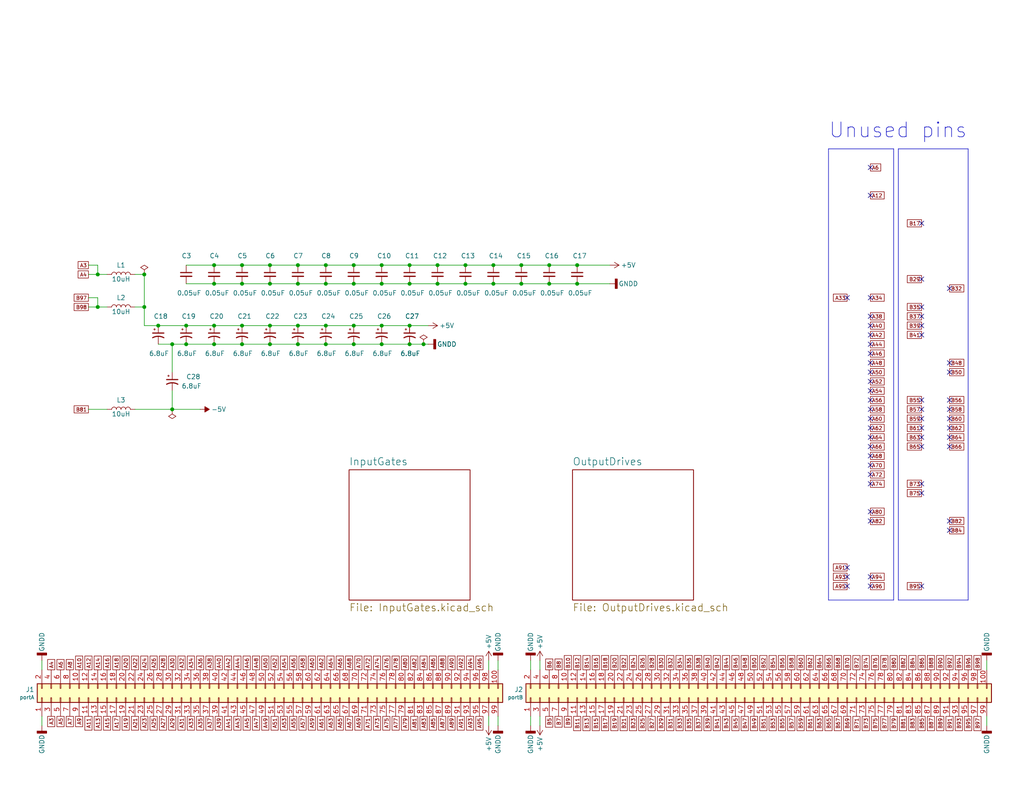
<source format=kicad_sch>
(kicad_sch (version 20230121) (generator eeschema)
  (paper "USLetter")
  (title_block (title "HexPerTerminal") (rev "0.1"))
  (junction (at 96.52 88.9))
  (junction (at 111.76 72.39))
  (junction (at 50.8 88.9))
  (junction (at 119.38 77.47))
  (junction (at 73.66 72.39))
  (junction (at 81.28 77.47))
  (junction (at 26.67 74.93))
  (junction (at 111.76 77.47))
  (junction (at 66.04 93.98))
  (junction (at 73.66 93.98))
  (junction (at 88.9 93.98))
  (junction (at 73.66 77.47))
  (junction (at 142.24 72.39))
  (junction (at 104.14 88.9))
  (junction (at 119.38 72.39))
  (junction (at 104.14 77.47))
  (junction (at 73.66 88.9))
  (junction (at 149.86 77.47))
  (junction (at 96.52 72.39))
  (junction (at 88.9 88.9))
  (junction (at 66.04 77.47))
  (junction (at 142.24 77.47))
  (junction (at 88.9 72.39))
  (junction (at 66.04 72.39))
  (junction (at 127 77.47))
  (junction (at 104.14 93.98))
  (junction (at 58.42 72.39))
  (junction (at 149.86 72.39))
  (junction (at 43.18 88.9))
  (junction (at 127 72.39))
  (junction (at 96.52 93.98))
  (junction (at 26.67 83.82))
  (junction (at 50.8 93.98))
  (junction (at 104.14 72.39))
  (junction (at 88.9 77.47))
  (junction (at 157.48 77.47))
  (junction (at 81.28 93.98))
  (junction (at 81.28 72.39))
  (junction (at 58.42 77.47))
  (junction (at 115.57 93.98))
  (junction (at 134.62 77.47))
  (junction (at 96.52 77.47))
  (junction (at 81.28 88.9))
  (junction (at 46.99 111.76))
  (junction (at 46.99 93.98))
  (junction (at 39.37 83.82))
  (junction (at 66.04 88.9))
  (junction (at 58.42 93.98))
  (junction (at 134.62 72.39))
  (junction (at 39.37 74.93))
  (junction (at 111.76 93.98))
  (junction (at 111.76 88.9))
  (junction (at 58.42 88.9))
  (junction (at 157.48 72.39))
  (no_connect (at 237.49 86.36))
  (no_connect (at 259.08 111.76))
  (no_connect (at 237.49 96.52))
  (no_connect (at 237.49 114.3))
  (no_connect (at 251.46 91.44))
  (no_connect (at 237.49 160.02))
  (no_connect (at 259.08 121.92))
  (no_connect (at 237.49 129.54))
  (no_connect (at 259.08 142.24))
  (no_connect (at 251.46 119.38))
  (no_connect (at 237.49 157.48))
  (no_connect (at 251.46 111.76))
  (no_connect (at 231.14 154.94))
  (no_connect (at 237.49 127))
  (no_connect (at 259.08 116.84))
  (no_connect (at 251.46 132.08))
  (no_connect (at 259.08 78.74))
  (no_connect (at 251.46 60.96))
  (no_connect (at 237.49 109.22))
  (no_connect (at 251.46 134.62))
  (no_connect (at 259.08 109.22))
  (no_connect (at 237.49 106.68))
  (no_connect (at 251.46 114.3))
  (no_connect (at 259.08 114.3))
  (no_connect (at 231.14 157.48))
  (no_connect (at 237.49 111.76))
  (no_connect (at 237.49 116.84))
  (no_connect (at 251.46 88.9))
  (no_connect (at 237.49 93.98))
  (no_connect (at 237.49 81.28))
  (no_connect (at 237.49 104.14))
  (no_connect (at 259.08 144.78))
  (no_connect (at 237.49 121.92))
  (no_connect (at 231.14 81.28))
  (no_connect (at 251.46 76.2))
  (no_connect (at 237.49 132.08))
  (no_connect (at 237.49 124.46))
  (no_connect (at 237.49 53.34))
  (no_connect (at 237.49 88.9))
  (no_connect (at 237.49 45.72))
  (no_connect (at 251.46 83.82))
  (no_connect (at 251.46 86.36))
  (no_connect (at 237.49 139.7))
  (no_connect (at 251.46 109.22))
  (no_connect (at 237.49 142.24))
  (no_connect (at 237.49 91.44))
  (no_connect (at 237.49 99.06))
  (no_connect (at 259.08 101.6))
  (no_connect (at 251.46 116.84))
  (no_connect (at 259.08 99.06))
  (no_connect (at 231.14 160.02))
  (no_connect (at 259.08 119.38))
  (no_connect (at 237.49 101.6))
  (no_connect (at 251.46 160.02))
  (no_connect (at 251.46 121.92))
  (no_connect (at 237.49 119.38))
  (no_connect (at 375.92 241.3))
  (wire (pts (xy 24.13 81.28) (xy 26.67 81.28)))
  (wire (pts (xy 119.38 77.47) (xy 127 77.47)))
  (polyline (pts (xy 243.84 40.64) (xy 243.84 163.83)))
  (wire (pts (xy 149.86 77.47) (xy 157.48 77.47)))
  (wire (pts (xy 58.42 77.47) (xy 66.04 77.47)))
  (wire (pts (xy 96.52 72.39) (xy 104.14 72.39)))
  (wire (pts (xy 96.52 77.47) (xy 104.14 77.47)))
  (wire (pts (xy 96.52 88.9) (xy 88.9 88.9)))
  (wire (pts (xy 88.9 88.9) (xy 81.28 88.9)))
  (wire (pts (xy 50.8 77.47) (xy 58.42 77.47)))
  (wire (pts (xy 157.48 77.47) (xy 166.37 77.47)))
  (polyline (pts (xy 226.06 163.83) (xy 226.06 40.64)))
  (wire (pts (xy 11.43 182.88) (xy 11.43 180.34)))
  (wire (pts (xy 133.35 195.58) (xy 133.35 198.12)))
  (wire (pts (xy 43.18 93.98) (xy 46.99 93.98)))
  (wire (pts (xy 116.84 88.9) (xy 111.76 88.9)))
  (wire (pts (xy 104.14 77.47) (xy 111.76 77.47)))
  (wire (pts (xy 26.67 83.82) (xy 29.21 83.82)))
  (wire (pts (xy 116.84 93.98) (xy 115.57 93.98)))
  (polyline (pts (xy 245.11 40.64) (xy 245.11 163.83)))
  (wire (pts (xy 73.66 72.39) (xy 81.28 72.39)))
  (polyline (pts (xy 245.11 163.83) (xy 264.16 163.83)))
  (wire (pts (xy 26.67 81.28) (xy 26.67 83.82)))
  (wire (pts (xy 127 72.39) (xy 134.62 72.39)))
  (wire (pts (xy 24.13 111.76) (xy 29.21 111.76)))
  (polyline (pts (xy 264.16 40.64) (xy 245.11 40.64)))
  (wire (pts (xy 39.37 83.82) (xy 36.83 83.82)))
  (wire (pts (xy 24.13 72.39) (xy 26.67 72.39)))
  (wire (pts (xy 147.32 182.88) (xy 147.32 180.34)))
  (wire (pts (xy 11.43 195.58) (xy 11.43 198.12)))
  (wire (pts (xy 104.14 93.98) (xy 111.76 93.98)))
  (wire (pts (xy 269.24 182.88) (xy 269.24 180.34)))
  (wire (pts (xy 24.13 74.93) (xy 26.67 74.93)))
  (wire (pts (xy 127 77.47) (xy 134.62 77.47)))
  (wire (pts (xy 73.66 88.9) (xy 66.04 88.9)))
  (wire (pts (xy 50.8 93.98) (xy 58.42 93.98)))
  (wire (pts (xy 66.04 72.39) (xy 73.66 72.39)))
  (wire (pts (xy 115.57 93.98) (xy 111.76 93.98)))
  (wire (pts (xy 73.66 93.98) (xy 81.28 93.98)))
  (wire (pts (xy 157.48 72.39) (xy 166.37 72.39)))
  (wire (pts (xy 46.99 111.76) (xy 54.61 111.76)))
  (wire (pts (xy 135.89 182.88) (xy 135.89 180.34)))
  (wire (pts (xy 104.14 72.39) (xy 111.76 72.39)))
  (wire (pts (xy 147.32 195.58) (xy 147.32 198.12)))
  (wire (pts (xy 111.76 77.47) (xy 119.38 77.47)))
  (wire (pts (xy 50.8 72.39) (xy 58.42 72.39)))
  (polyline (pts (xy 264.16 163.83) (xy 264.16 40.64)))
  (wire (pts (xy 46.99 93.98) (xy 50.8 93.98)))
  (wire (pts (xy 88.9 72.39) (xy 96.52 72.39)))
  (wire (pts (xy 46.99 101.6) (xy 46.99 93.98)))
  (wire (pts (xy 81.28 77.47) (xy 88.9 77.47)))
  (wire (pts (xy 269.24 195.58) (xy 269.24 198.12)))
  (wire (pts (xy 46.99 106.68) (xy 46.99 111.76)))
  (wire (pts (xy 81.28 72.39) (xy 88.9 72.39)))
  (wire (pts (xy 58.42 72.39) (xy 66.04 72.39)))
  (wire (pts (xy 88.9 77.47) (xy 96.52 77.47)))
  (wire (pts (xy 142.24 77.47) (xy 149.86 77.47)))
  (wire (pts (xy 73.66 77.47) (xy 81.28 77.47)))
  (wire (pts (xy 149.86 72.39) (xy 157.48 72.39)))
  (wire (pts (xy 111.76 88.9) (xy 104.14 88.9)))
  (wire (pts (xy 50.8 88.9) (xy 43.18 88.9)))
  (wire (pts (xy 24.13 83.82) (xy 26.67 83.82)))
  (wire (pts (xy 58.42 88.9) (xy 50.8 88.9)))
  (polyline (pts (xy 243.84 163.83) (xy 226.06 163.83)))
  (wire (pts (xy 104.14 88.9) (xy 96.52 88.9)))
  (wire (pts (xy 134.62 72.39) (xy 142.24 72.39)))
  (wire (pts (xy 135.89 195.58) (xy 135.89 198.12)))
  (wire (pts (xy 58.42 93.98) (xy 66.04 93.98)))
  (wire (pts (xy 142.24 72.39) (xy 149.86 72.39)))
  (wire (pts (xy 36.83 111.76) (xy 46.99 111.76)))
  (wire (pts (xy 88.9 93.98) (xy 96.52 93.98)))
  (wire (pts (xy 36.83 74.93) (xy 39.37 74.93)))
  (wire (pts (xy 134.62 77.47) (xy 142.24 77.47)))
  (wire (pts (xy 43.18 88.9) (xy 39.37 88.9)))
  (wire (pts (xy 133.35 182.88) (xy 133.35 180.34)))
  (wire (pts (xy 81.28 93.98) (xy 88.9 93.98)))
  (wire (pts (xy 81.28 88.9) (xy 73.66 88.9)))
  (wire (pts (xy 26.67 74.93) (xy 29.21 74.93)))
  (polyline (pts (xy 226.06 40.64) (xy 243.84 40.64)))
  (wire (pts (xy 66.04 93.98) (xy 73.66 93.98)))
  (wire (pts (xy 144.78 182.88) (xy 144.78 180.34)))
  (wire (pts (xy 39.37 88.9) (xy 39.37 83.82)))
  (wire (pts (xy 144.78 195.58) (xy 144.78 198.12)))
  (wire (pts (xy 111.76 72.39) (xy 119.38 72.39)))
  (wire (pts (xy 96.52 93.98) (xy 104.14 93.98)))
  (wire (pts (xy 66.04 77.47) (xy 73.66 77.47)))
  (wire (pts (xy 39.37 74.93) (xy 39.37 83.82)))
  (wire (pts (xy 119.38 72.39) (xy 127 72.39)))
  (wire (pts (xy 66.04 88.9) (xy 58.42 88.9)))
  (wire (pts (xy 26.67 72.39) (xy 26.67 74.93)))
  (text "Unused pins" (at 226.06 38.1 0) (effects (font (size 4.064 4.064)) (justify left bottom)))
  (global_label "A64" (shape passive) (at 237.49 119.38 0) (effects (font (size 0.9906 0.9906))) (property "Intersheetrefs" "${INTERSHEET_REFS}" (effects hide)))
  (global_label "A18" (shape passive) (at 31.75 182.88 90) (effects (font (size 0.9906 0.9906))) (property "Intersheetrefs" "${INTERSHEET_REFS}" (effects hide)))
  (global_label "A4" (shape passive) (at 13.97 182.88 90) (effects (font (size 0.9906 0.9906))) (property "Intersheetrefs" "${INTERSHEET_REFS}" (effects hide)))
  (global_label "B68" (shape passive) (at 228.6 182.88 90) (effects (font (size 0.9906 0.9906))) (property "Intersheetrefs" "${INTERSHEET_REFS}" (effects hide)))
  (global_label "B88" (shape passive) (at 254 182.88 90) (effects (font (size 0.9906 0.9906))) (property "Intersheetrefs" "${INTERSHEET_REFS}" (effects hide)))
  (global_label "B44" (shape passive) (at 198.12 182.88 90) (effects (font (size 0.9906 0.9906))) (property "Intersheetrefs" "${INTERSHEET_REFS}" (effects hide)))
  (global_label "B63" (shape passive) (at 223.52 195.58 270) (effects (font (size 0.9906 0.9906))) (property "Intersheetrefs" "${INTERSHEET_REFS}" (effects hide)))
  (global_label "A34" (shape passive) (at 52.07 182.88 90) (effects (font (size 0.9906 0.9906))) (property "Intersheetrefs" "${INTERSHEET_REFS}" (effects hide)))
  (global_label "B29" (shape passive) (at 251.46 76.2 180) (effects (font (size 0.9906 0.9906))) (property "Intersheetrefs" "${INTERSHEET_REFS}" (effects hide)))
  (global_label "A50" (shape passive) (at 72.39 182.88 90) (effects (font (size 0.9906 0.9906))) (property "Intersheetrefs" "${INTERSHEET_REFS}" (effects hide)))
  (global_label "A49" (shape passive) (at 72.39 195.58 270) (effects (font (size 0.9906 0.9906))) (property "Intersheetrefs" "${INTERSHEET_REFS}" (effects hide)))
  (global_label "B60" (shape passive) (at 259.08 114.3 0) (effects (font (size 0.9906 0.9906))) (property "Intersheetrefs" "${INTERSHEET_REFS}" (effects hide)))
  (global_label "B76" (shape passive) (at 238.76 182.88 90) (effects (font (size 0.9906 0.9906))) (property "Intersheetrefs" "${INTERSHEET_REFS}" (effects hide)))
  (global_label "A33" (shape passive) (at 231.14 81.28 180) (effects (font (size 0.9906 0.9906))) (property "Intersheetrefs" "${INTERSHEET_REFS}" (effects hide)))
  (global_label "A48" (shape passive) (at 237.49 99.06 0) (effects (font (size 0.9906 0.9906))) (property "Intersheetrefs" "${INTERSHEET_REFS}" (effects hide)))
  (global_label "A24" (shape passive) (at 39.37 182.88 90) (effects (font (size 0.9906 0.9906))) (property "Intersheetrefs" "${INTERSHEET_REFS}" (effects hide)))
  (global_label "A19" (shape passive) (at 34.29 195.58 270) (effects (font (size 0.9906 0.9906))) (property "Intersheetrefs" "${INTERSHEET_REFS}" (effects hide)))
  (global_label "B56" (shape passive) (at 259.08 109.22 0) (effects (font (size 0.9906 0.9906))) (property "Intersheetrefs" "${INTERSHEET_REFS}" (effects hide)))
  (global_label "B64" (shape passive) (at 223.52 182.88 90) (effects (font (size 0.9906 0.9906))) (property "Intersheetrefs" "${INTERSHEET_REFS}" (effects hide)))
  (global_label "A38" (shape passive) (at 57.15 182.88 90) (effects (font (size 0.9906 0.9906))) (property "Intersheetrefs" "${INTERSHEET_REFS}" (effects hide)))
  (global_label "A83" (shape passive) (at 115.57 195.58 270) (effects (font (size 0.9906 0.9906))) (property "Intersheetrefs" "${INTERSHEET_REFS}" (effects hide)))
  (global_label "B95" (shape passive) (at 251.46 160.02 180) (effects (font (size 0.9906 0.9906))) (property "Intersheetrefs" "${INTERSHEET_REFS}" (effects hide)))
  (global_label "B79" (shape passive) (at 243.84 195.58 270) (effects (font (size 0.9906 0.9906))) (property "Intersheetrefs" "${INTERSHEET_REFS}" (effects hide)))
  (global_label "A92" (shape passive) (at 125.73 182.88 90) (effects (font (size 0.9906 0.9906))) (property "Intersheetrefs" "${INTERSHEET_REFS}" (effects hide)))
  (global_label "B50" (shape passive) (at 259.08 101.6 0) (effects (font (size 0.9906 0.9906))) (property "Intersheetrefs" "${INTERSHEET_REFS}" (effects hide)))
  (global_label "A81" (shape passive) (at 113.03 195.58 270) (effects (font (size 0.9906 0.9906))) (property "Intersheetrefs" "${INTERSHEET_REFS}" (effects hide)))
  (global_label "B19" (shape passive) (at 167.64 195.58 270) (effects (font (size 0.9906 0.9906))) (property "Intersheetrefs" "${INTERSHEET_REFS}" (effects hide)))
  (global_label "A3" (shape passive) (at 13.97 195.58 270) (effects (font (size 0.9906 0.9906))) (property "Intersheetrefs" "${INTERSHEET_REFS}" (effects hide)))
  (global_label "A78" (shape passive) (at 107.95 182.88 90) (effects (font (size 0.9906 0.9906))) (property "Intersheetrefs" "${INTERSHEET_REFS}" (effects hide)))
  (global_label "A54" (shape passive) (at 237.49 106.68 0) (effects (font (size 0.9906 0.9906))) (property "Intersheetrefs" "${INTERSHEET_REFS}" (effects hide)))
  (global_label "A32" (shape passive) (at 49.53 182.88 90) (effects (font (size 0.9906 0.9906))) (property "Intersheetrefs" "${INTERSHEET_REFS}" (effects hide)))
  (global_label "B5" (shape passive) (at 149.86 195.58 270) (effects (font (size 0.9906 0.9906))) (property "Intersheetrefs" "${INTERSHEET_REFS}" (effects hide)))
  (global_label "B70" (shape passive) (at 231.14 182.88 90) (effects (font (size 0.9906 0.9906))) (property "Intersheetrefs" "${INTERSHEET_REFS}" (effects hide)))
  (global_label "A4" (shape passive) (at 24.13 74.93 180) (effects (font (size 0.9906 0.9906))) (property "Intersheetrefs" "${INTERSHEET_REFS}" (effects hide)))
  (global_label "A38" (shape passive) (at 237.49 86.36 0) (effects (font (size 0.9906 0.9906))) (property "Intersheetrefs" "${INTERSHEET_REFS}" (effects hide)))
  (global_label "A73" (shape passive) (at 102.87 195.58 270) (effects (font (size 0.9906 0.9906))) (property "Intersheetrefs" "${INTERSHEET_REFS}" (effects hide)))
  (global_label "A64" (shape passive) (at 90.17 182.88 90) (effects (font (size 0.9906 0.9906))) (property "Intersheetrefs" "${INTERSHEET_REFS}" (effects hide)))
  (global_label "B81" (shape passive) (at 246.38 195.58 270) (effects (font (size 0.9906 0.9906))) (property "Intersheetrefs" "${INTERSHEET_REFS}" (effects hide)))
  (global_label "B84" (shape passive) (at 248.92 182.88 90) (effects (font (size 0.9906 0.9906))) (property "Intersheetrefs" "${INTERSHEET_REFS}" (effects hide)))
  (global_label "A37" (shape passive) (at 57.15 195.58 270) (effects (font (size 0.9906 0.9906))) (property "Intersheetrefs" "${INTERSHEET_REFS}" (effects hide)))
  (global_label "A82" (shape passive) (at 113.03 182.88 90) (effects (font (size 0.9906 0.9906))) (property "Intersheetrefs" "${INTERSHEET_REFS}" (effects hide)))
  (global_label "A42" (shape passive) (at 237.49 91.44 0) (effects (font (size 0.9906 0.9906))) (property "Intersheetrefs" "${INTERSHEET_REFS}" (effects hide)))
  (global_label "B35" (shape passive) (at 251.46 83.82 180) (effects (font (size 0.9906 0.9906))) (property "Intersheetrefs" "${INTERSHEET_REFS}" (effects hide)))
  (global_label "B97" (shape passive) (at 266.7 195.58 270) (effects (font (size 0.9906 0.9906))) (property "Intersheetrefs" "${INTERSHEET_REFS}" (effects hide)))
  (global_label "B11" (shape passive) (at 157.48 195.58 270) (effects (font (size 0.9906 0.9906))) (property "Intersheetrefs" "${INTERSHEET_REFS}" (effects hide)))
  (global_label "B14" (shape passive) (at 160.02 182.88 90) (effects (font (size 0.9906 0.9906))) (property "Intersheetrefs" "${INTERSHEET_REFS}" (effects hide)))
  (global_label "A44" (shape passive) (at 64.77 182.88 90) (effects (font (size 0.9906 0.9906))) (property "Intersheetrefs" "${INTERSHEET_REFS}" (effects hide)))
  (global_label "B22" (shape passive) (at 170.18 182.88 90) (effects (font (size 0.9906 0.9906))) (property "Intersheetrefs" "${INTERSHEET_REFS}" (effects hide)))
  (global_label "B90" (shape passive) (at 256.54 182.88 90) (effects (font (size 0.9906 0.9906))) (property "Intersheetrefs" "${INTERSHEET_REFS}" (effects hide)))
  (global_label "A68" (shape passive) (at 95.25 182.88 90) (effects (font (size 0.9906 0.9906))) (property "Intersheetrefs" "${INTERSHEET_REFS}" (effects hide)))
  (global_label "A66" (shape passive) (at 92.71 182.88 90) (effects (font (size 0.9906 0.9906))) (property "Intersheetrefs" "${INTERSHEET_REFS}" (effects hide)))
  (global_label "A52" (shape passive) (at 74.93 182.88 90) (effects (font (size 0.9906 0.9906))) (property "Intersheetrefs" "${INTERSHEET_REFS}" (effects hide)))
  (global_label "B94" (shape passive) (at 261.62 182.88 90) (effects (font (size 0.9906 0.9906))) (property "Intersheetrefs" "${INTERSHEET_REFS}" (effects hide)))
  (global_label "A29" (shape passive) (at 46.99 195.58 270) (effects (font (size 0.9906 0.9906))) (property "Intersheetrefs" "${INTERSHEET_REFS}" (effects hide)))
  (global_label "A82" (shape passive) (at 237.49 142.24 0) (effects (font (size 0.9906 0.9906))) (property "Intersheetrefs" "${INTERSHEET_REFS}" (effects hide)))
  (global_label "B71" (shape passive) (at 233.68 195.58 270) (effects (font (size 0.9906 0.9906))) (property "Intersheetrefs" "${INTERSHEET_REFS}" (effects hide)))
  (global_label "B78" (shape passive) (at 241.3 182.88 90) (effects (font (size 0.9906 0.9906))) (property "Intersheetrefs" "${INTERSHEET_REFS}" (effects hide)))
  (global_label "B12" (shape passive) (at 157.48 182.88 90) (effects (font (size 0.9906 0.9906))) (property "Intersheetrefs" "${INTERSHEET_REFS}" (effects hide)))
  (global_label "A44" (shape passive) (at 237.49 93.98 0) (effects (font (size 0.9906 0.9906))) (property "Intersheetrefs" "${INTERSHEET_REFS}" (effects hide)))
  (global_label "A31" (shape passive) (at 49.53 195.58 270) (effects (font (size 0.9906 0.9906))) (property "Intersheetrefs" "${INTERSHEET_REFS}" (effects hide)))
  (global_label "A51" (shape passive) (at 74.93 195.58 270) (effects (font (size 0.9906 0.9906))) (property "Intersheetrefs" "${INTERSHEET_REFS}" (effects hide)))
  (global_label "B9" (shape passive) (at 154.94 195.58 270) (effects (font (size 0.9906 0.9906))) (property "Intersheetrefs" "${INTERSHEET_REFS}" (effects hide)))
  (global_label "B37" (shape passive) (at 251.46 86.36 180) (effects (font (size 0.9906 0.9906))) (property "Intersheetrefs" "${INTERSHEET_REFS}" (effects hide)))
  (global_label "B84" (shape passive) (at 259.08 144.78 0) (effects (font (size 0.9906 0.9906))) (property "Intersheetrefs" "${INTERSHEET_REFS}" (effects hide)))
  (global_label "A61" (shape passive) (at 87.63 195.58 270) (effects (font (size 0.9906 0.9906))) (property "Intersheetrefs" "${INTERSHEET_REFS}" (effects hide)))
  (global_label "B74" (shape passive) (at 236.22 182.88 90) (effects (font (size 0.9906 0.9906))) (property "Intersheetrefs" "${INTERSHEET_REFS}" (effects hide)))
  (global_label "A58" (shape passive) (at 82.55 182.88 90) (effects (font (size 0.9906 0.9906))) (property "Intersheetrefs" "${INTERSHEET_REFS}" (effects hide)))
  (global_label "A95" (shape passive) (at 231.14 160.02 180) (effects (font (size 0.9906 0.9906))) (property "Intersheetrefs" "${INTERSHEET_REFS}" (effects hide)))
  (global_label "B21" (shape passive) (at 170.18 195.58 270) (effects (font (size 0.9906 0.9906))) (property "Intersheetrefs" "${INTERSHEET_REFS}" (effects hide)))
  (global_label "A41" (shape passive) (at 62.23 195.58 270) (effects (font (size 0.9906 0.9906))) (property "Intersheetrefs" "${INTERSHEET_REFS}" (effects hide)))
  (global_label "B52" (shape passive) (at 208.28 182.88 90) (effects (font (size 0.9906 0.9906))) (property "Intersheetrefs" "${INTERSHEET_REFS}" (effects hide)))
  (global_label "A70" (shape passive) (at 237.49 127 0) (effects (font (size 0.9906 0.9906))) (property "Intersheetrefs" "${INTERSHEET_REFS}" (effects hide)))
  (global_label "A60" (shape passive) (at 85.09 182.88 90) (effects (font (size 0.9906 0.9906))) (property "Intersheetrefs" "${INTERSHEET_REFS}" (effects hide)))
  (global_label "A66" (shape passive) (at 237.49 121.92 0) (effects (font (size 0.9906 0.9906))) (property "Intersheetrefs" "${INTERSHEET_REFS}" (effects hide)))
  (global_label "B82" (shape passive) (at 246.38 182.88 90) (effects (font (size 0.9906 0.9906))) (property "Intersheetrefs" "${INTERSHEET_REFS}" (effects hide)))
  (global_label "B98" (shape passive) (at 266.7 182.88 90) (effects (font (size 0.9906 0.9906))) (property "Intersheetrefs" "${INTERSHEET_REFS}" (effects hide)))
  (global_label "B43" (shape passive) (at 198.12 195.58 270) (effects (font (size 0.9906 0.9906))) (property "Intersheetrefs" "${INTERSHEET_REFS}" (effects hide)))
  (global_label "A25" (shape passive) (at 41.91 195.58 270) (effects (font (size 0.9906 0.9906))) (property "Intersheetrefs" "${INTERSHEET_REFS}" (effects hide)))
  (global_label "A21" (shape passive) (at 36.83 195.58 270) (effects (font (size 0.9906 0.9906))) (property "Intersheetrefs" "${INTERSHEET_REFS}" (effects hide)))
  (global_label "A12" (shape passive) (at 24.13 182.88 90) (effects (font (size 0.9906 0.9906))) (property "Intersheetrefs" "${INTERSHEET_REFS}" (effects hide)))
  (global_label "A60" (shape passive) (at 237.49 114.3 0) (effects (font (size 0.9906 0.9906))) (property "Intersheetrefs" "${INTERSHEET_REFS}" (effects hide)))
  (global_label "B55" (shape passive) (at 251.46 109.22 180) (effects (font (size 0.9906 0.9906))) (property "Intersheetrefs" "${INTERSHEET_REFS}" (effects hide)))
  (global_label "B10" (shape passive) (at 154.94 182.88 90) (effects (font (size 0.9906 0.9906))) (property "Intersheetrefs" "${INTERSHEET_REFS}" (effects hide)))
  (global_label "B45" (shape passive) (at 200.66 195.58 270) (effects (font (size 0.9906 0.9906))) (property "Intersheetrefs" "${INTERSHEET_REFS}" (effects hide)))
  (global_label "B27" (shape passive) (at 177.8 195.58 270) (effects (font (size 0.9906 0.9906))) (property "Intersheetrefs" "${INTERSHEET_REFS}" (effects hide)))
  (global_label "A16" (shape passive) (at 29.21 182.88 90) (effects (font (size 0.9906 0.9906))) (property "Intersheetrefs" "${INTERSHEET_REFS}" (effects hide)))
  (global_label "A57" (shape passive) (at 82.55 195.58 270) (effects (font (size 0.9906 0.9906))) (property "Intersheetrefs" "${INTERSHEET_REFS}" (effects hide)))
  (global_label "B80" (shape passive) (at 243.84 182.88 90) (effects (font (size 0.9906 0.9906))) (property "Intersheetrefs" "${INTERSHEET_REFS}" (effects hide)))
  (global_label "B13" (shape passive) (at 160.02 195.58 270) (effects (font (size 0.9906 0.9906))) (property "Intersheetrefs" "${INTERSHEET_REFS}" (effects hide)))
  (global_label "A74" (shape passive) (at 237.49 132.08 0) (effects (font (size 0.9906 0.9906))) (property "Intersheetrefs" "${INTERSHEET_REFS}" (effects hide)))
  (global_label "B75" (shape passive) (at 251.46 134.62 180) (effects (font (size 0.9906 0.9906))) (property "Intersheetrefs" "${INTERSHEET_REFS}" (effects hide)))
  (global_label "B61" (shape passive) (at 220.98 195.58 270) (effects (font (size 0.9906 0.9906))) (property "Intersheetrefs" "${INTERSHEET_REFS}" (effects hide)))
  (global_label "B62" (shape passive) (at 259.08 116.84 0) (effects (font (size 0.9906 0.9906))) (property "Intersheetrefs" "${INTERSHEET_REFS}" (effects hide)))
  (global_label "B63" (shape passive) (at 251.46 119.38 180) (effects (font (size 0.9906 0.9906))) (property "Intersheetrefs" "${INTERSHEET_REFS}" (effects hide)))
  (global_label "A50" (shape passive) (at 237.49 101.6 0) (effects (font (size 0.9906 0.9906))) (property "Intersheetrefs" "${INTERSHEET_REFS}" (effects hide)))
  (global_label "A9" (shape passive) (at 21.59 195.58 270) (effects (font (size 0.9906 0.9906))) (property "Intersheetrefs" "${INTERSHEET_REFS}" (effects hide)))
  (global_label "B92" (shape passive) (at 259.08 182.88 90) (effects (font (size 0.9906 0.9906))) (property "Intersheetrefs" "${INTERSHEET_REFS}" (effects hide)))
  (global_label "A10" (shape passive) (at 21.59 182.88 90) (effects (font (size 0.9906 0.9906))) (property "Intersheetrefs" "${INTERSHEET_REFS}" (effects hide)))
  (global_label "B95" (shape passive) (at 264.16 195.58 270) (effects (font (size 0.9906 0.9906))) (property "Intersheetrefs" "${INTERSHEET_REFS}" (effects hide)))
  (global_label "B58" (shape passive) (at 215.9 182.88 90) (effects (font (size 0.9906 0.9906))) (property "Intersheetrefs" "${INTERSHEET_REFS}" (effects hide)))
  (global_label "A46" (shape passive) (at 67.31 182.88 90) (effects (font (size 0.9906 0.9906))) (property "Intersheetrefs" "${INTERSHEET_REFS}" (effects hide)))
  (global_label "A17" (shape passive) (at 31.75 195.58 270) (effects (font (size 0.9906 0.9906))) (property "Intersheetrefs" "${INTERSHEET_REFS}" (effects hide)))
  (global_label "A53" (shape passive) (at 77.47 195.58 270) (effects (font (size 0.9906 0.9906))) (property "Intersheetrefs" "${INTERSHEET_REFS}" (effects hide)))
  (global_label "B54" (shape passive) (at 210.82 182.88 90) (effects (font (size 0.9906 0.9906))) (property "Intersheetrefs" "${INTERSHEET_REFS}" (effects hide)))
  (global_label "B77" (shape passive) (at 241.3 195.58 270) (effects (font (size 0.9906 0.9906))) (property "Intersheetrefs" "${INTERSHEET_REFS}" (effects hide)))
  (global_label "B55" (shape passive) (at 213.36 195.58 270) (effects (font (size 0.9906 0.9906))) (property "Intersheetrefs" "${INTERSHEET_REFS}" (effects hide)))
  (global_label "A62" (shape passive) (at 237.49 116.84 0) (effects (font (size 0.9906 0.9906))) (property "Intersheetrefs" "${INTERSHEET_REFS}" (effects hide)))
  (global_label "B8" (shape passive) (at 152.4 182.88 90) (effects (font (size 0.9906 0.9906))) (property "Intersheetrefs" "${INTERSHEET_REFS}" (effects hide)))
  (global_label "A75" (shape passive) (at 105.41 195.58 270) (effects (font (size 0.9906 0.9906))) (property "Intersheetrefs" "${INTERSHEET_REFS}" (effects hide)))
  (global_label "B69" (shape passive) (at 231.14 195.58 270) (effects (font (size 0.9906 0.9906))) (property "Intersheetrefs" "${INTERSHEET_REFS}" (effects hide)))
  (global_label "B85" (shape passive) (at 251.46 195.58 270) (effects (font (size 0.9906 0.9906))) (property "Intersheetrefs" "${INTERSHEET_REFS}" (effects hide)))
  (global_label "A14" (shape passive) (at 26.67 182.88 90) (effects (font (size 0.9906 0.9906))) (property "Intersheetrefs" "${INTERSHEET_REFS}" (effects hide)))
  (global_label "A33" (shape passive) (at 52.07 195.58 270) (effects (font (size 0.9906 0.9906))) (property "Intersheetrefs" "${INTERSHEET_REFS}" (effects hide)))
  (global_label "B49" (shape passive) (at 205.74 195.58 270) (effects (font (size 0.9906 0.9906))) (property "Intersheetrefs" "${INTERSHEET_REFS}" (effects hide)))
  (global_label "B37" (shape passive) (at 190.5 195.58 270) (effects (font (size 0.9906 0.9906))) (property "Intersheetrefs" "${INTERSHEET_REFS}" (effects hide)))
  (global_label "A88" (shape passive) (at 120.65 182.88 90) (effects (font (size 0.9906 0.9906))) (property "Intersheetrefs" "${INTERSHEET_REFS}" (effects hide)))
  (global_label "B28" (shape passive) (at 177.8 182.88 90) (effects (font (size 0.9906 0.9906))) (property "Intersheetrefs" "${INTERSHEET_REFS}" (effects hide)))
  (global_label "B87" (shape passive) (at 254 195.58 270) (effects (font (size 0.9906 0.9906))) (property "Intersheetrefs" "${INTERSHEET_REFS}" (effects hide)))
  (global_label "A74" (shape passive) (at 102.87 182.88 90) (effects (font (size 0.9906 0.9906))) (property "Intersheetrefs" "${INTERSHEET_REFS}" (effects hide)))
  (global_label "A20" (shape passive) (at 34.29 182.88 90) (effects (font (size 0.9906 0.9906))) (property "Intersheetrefs" "${INTERSHEET_REFS}" (effects hide)))
  (global_label "B75" (shape passive) (at 238.76 195.58 270) (effects (font (size 0.9906 0.9906))) (property "Intersheetrefs" "${INTERSHEET_REFS}" (effects hide)))
  (global_label "B65" (shape passive) (at 251.46 121.92 180) (effects (font (size 0.9906 0.9906))) (property "Intersheetrefs" "${INTERSHEET_REFS}" (effects hide)))
  (global_label "A65" (shape passive) (at 92.71 195.58 270) (effects (font (size 0.9906 0.9906))) (property "Intersheetrefs" "${INTERSHEET_REFS}" (effects hide)))
  (global_label "A13" (shape passive) (at 26.67 195.58 270) (effects (font (size 0.9906 0.9906))) (property "Intersheetrefs" "${INTERSHEET_REFS}" (effects hide)))
  (global_label "B32" (shape passive) (at 259.08 78.74 0) (effects (font (size 0.9906 0.9906))) (property "Intersheetrefs" "${INTERSHEET_REFS}" (effects hide)))
  (global_label "A3" (shape passive) (at 24.13 72.39 180) (effects (font (size 0.9906 0.9906))) (property "Intersheetrefs" "${INTERSHEET_REFS}" (effects hide)))
  (global_label "B73" (shape passive) (at 236.22 195.58 270) (effects (font (size 0.9906 0.9906))) (property "Intersheetrefs" "${INTERSHEET_REFS}" (effects hide)))
  (global_label "A46" (shape passive) (at 237.49 96.52 0) (effects (font (size 0.9906 0.9906))) (property "Intersheetrefs" "${INTERSHEET_REFS}" (effects hide)))
  (global_label "A45" (shape passive) (at 67.31 195.58 270) (effects (font (size 0.9906 0.9906))) (property "Intersheetrefs" "${INTERSHEET_REFS}" (effects hide)))
  (global_label "B91" (shape passive) (at 259.08 195.58 270) (effects (font (size 0.9906 0.9906))) (property "Intersheetrefs" "${INTERSHEET_REFS}" (effects hide)))
  (global_label "B48" (shape passive) (at 259.08 99.06 0) (effects (font (size 0.9906 0.9906))) (property "Intersheetrefs" "${INTERSHEET_REFS}" (effects hide)))
  (global_label "B24" (shape passive) (at 172.72 182.88 90) (effects (font (size 0.9906 0.9906))) (property "Intersheetrefs" "${INTERSHEET_REFS}" (effects hide)))
  (global_label "A22" (shape passive) (at 36.83 182.88 90) (effects (font (size 0.9906 0.9906))) (property "Intersheetrefs" "${INTERSHEET_REFS}" (effects hide)))
  (global_label "A96" (shape passive) (at 130.81 182.88 90) (effects (font (size 0.9906 0.9906))) (property "Intersheetrefs" "${INTERSHEET_REFS}" (effects hide)))
  (global_label "B34" (shape passive) (at 185.42 182.88 90) (effects (font (size 0.9906 0.9906))) (property "Intersheetrefs" "${INTERSHEET_REFS}" (effects hide)))
  (global_label "B6" (shape passive) (at 149.86 182.88 90) (effects (font (size 0.9906 0.9906))) (property "Intersheetrefs" "${INTERSHEET_REFS}" (effects hide)))
  (global_label "A91" (shape passive) (at 125.73 195.58 270) (effects (font (size 0.9906 0.9906))) (property "Intersheetrefs" "${INTERSHEET_REFS}" (effects hide)))
  (global_label "A79" (shape passive) (at 110.49 195.58 270) (effects (font (size 0.9906 0.9906))) (property "Intersheetrefs" "${INTERSHEET_REFS}" (effects hide)))
  (global_label "B48" (shape passive) (at 203.2 182.88 90) (effects (font (size 0.9906 0.9906))) (property "Intersheetrefs" "${INTERSHEET_REFS}" (effects hide)))
  (global_label "A68" (shape passive) (at 237.49 124.46 0) (effects (font (size 0.9906 0.9906))) (property "Intersheetrefs" "${INTERSHEET_REFS}" (effects hide)))
  (global_label "A7" (shape passive) (at 19.05 195.58 270) (effects (font (size 0.9906 0.9906))) (property "Intersheetrefs" "${INTERSHEET_REFS}" (effects hide)))
  (global_label "B33" (shape passive) (at 185.42 195.58 270) (effects (font (size 0.9906 0.9906))) (property "Intersheetrefs" "${INTERSHEET_REFS}" (effects hide)))
  (global_label "A80" (shape passive) (at 110.49 182.88 90) (effects (font (size 0.9906 0.9906))) (property "Intersheetrefs" "${INTERSHEET_REFS}" (effects hide)))
  (global_label "B73" (shape passive) (at 251.46 132.08 180) (effects (font (size 0.9906 0.9906))) (property "Intersheetrefs" "${INTERSHEET_REFS}" (effects hide)))
  (global_label "B17" (shape passive) (at 251.46 60.96 180) (effects (font (size 0.9906 0.9906))) (property "Intersheetrefs" "${INTERSHEET_REFS}" (effects hide)))
  (global_label "B57" (shape passive) (at 215.9 195.58 270) (effects (font (size 0.9906 0.9906))) (property "Intersheetrefs" "${INTERSHEET_REFS}" (effects hide)))
  (global_label "A94" (shape passive) (at 128.27 182.88 90) (effects (font (size 0.9906 0.9906))) (property "Intersheetrefs" "${INTERSHEET_REFS}" (effects hide)))
  (global_label "B65" (shape passive) (at 226.06 195.58 270) (effects (font (size 0.9906 0.9906))) (property "Intersheetrefs" "${INTERSHEET_REFS}" (effects hide)))
  (global_label "B39" (shape passive) (at 193.04 195.58 270) (effects (font (size 0.9906 0.9906))) (property "Intersheetrefs" "${INTERSHEET_REFS}" (effects hide)))
  (global_label "B41" (shape passive) (at 251.46 91.44 180) (effects (font (size 0.9906 0.9906))) (property "Intersheetrefs" "${INTERSHEET_REFS}" (effects hide)))
  (global_label "A36" (shape passive) (at 54.61 182.88 90) (effects (font (size 0.9906 0.9906))) (property "Intersheetrefs" "${INTERSHEET_REFS}" (effects hide)))
  (global_label "A90" (shape passive) (at 123.19 182.88 90) (effects (font (size 0.9906 0.9906))) (property "Intersheetrefs" "${INTERSHEET_REFS}" (effects hide)))
  (global_label "A28" (shape passive) (at 44.45 182.88 90) (effects (font (size 0.9906 0.9906))) (property "Intersheetrefs" "${INTERSHEET_REFS}" (effects hide)))
  (global_label "B64" (shape passive) (at 259.08 119.38 0) (effects (font (size 0.9906 0.9906))) (property "Intersheetrefs" "${INTERSHEET_REFS}" (effects hide)))
  (global_label "A23" (shape passive) (at 39.37 195.58 270) (effects (font (size 0.9906 0.9906))) (property "Intersheetrefs" "${INTERSHEET_REFS}" (effects hide)))
  (global_label "A76" (shape passive) (at 105.41 182.88 90) (effects (font (size 0.9906 0.9906))) (property "Intersheetrefs" "${INTERSHEET_REFS}" (effects hide)))
  (global_label "A91" (shape passive) (at 231.14 154.94 180) (effects (font (size 0.9906 0.9906))) (property "Intersheetrefs" "${INTERSHEET_REFS}" (effects hide)))
  (global_label "A55" (shape passive) (at 80.01 195.58 270) (effects (font (size 0.9906 0.9906))) (property "Intersheetrefs" "${INTERSHEET_REFS}" (effects hide)))
  (global_label "B41" (shape passive) (at 195.58 195.58 270) (effects (font (size 0.9906 0.9906))) (property "Intersheetrefs" "${INTERSHEET_REFS}" (effects hide)))
  (global_label "A63" (shape passive) (at 90.17 195.58 270) (effects (font (size 0.9906 0.9906))) (property "Intersheetrefs" "${INTERSHEET_REFS}" (effects hide)))
  (global_label "B86" (shape passive) (at 251.46 182.88 90) (effects (font (size 0.9906 0.9906))) (property "Intersheetrefs" "${INTERSHEET_REFS}" (effects hide)))
  (global_label "B51" (shape passive) (at 208.28 195.58 270) (effects (font (size 0.9906 0.9906))) (property "Intersheetrefs" "${INTERSHEET_REFS}" (effects hide)))
  (global_label "A54" (shape passive) (at 77.47 182.88 90) (effects (font (size 0.9906 0.9906))) (property "Intersheetrefs" "${INTERSHEET_REFS}" (effects hide)))
  (global_label "B40" (shape passive) (at 193.04 182.88 90) (effects (font (size 0.9906 0.9906))) (property "Intersheetrefs" "${INTERSHEET_REFS}" (effects hide)))
  (global_label "A15" (shape passive) (at 29.21 195.58 270) (effects (font (size 0.9906 0.9906))) (property "Intersheetrefs" "${INTERSHEET_REFS}" (effects hide)))
  (global_label "A56" (shape passive) (at 237.49 109.22 0) (effects (font (size 0.9906 0.9906))) (property "Intersheetrefs" "${INTERSHEET_REFS}" (effects hide)))
  (global_label "B53" (shape passive) (at 210.82 195.58 270) (effects (font (size 0.9906 0.9906))) (property "Intersheetrefs" "${INTERSHEET_REFS}" (effects hide)))
  (global_label "B58" (shape passive) (at 259.08 111.76 0) (effects (font (size 0.9906 0.9906))) (property "Intersheetrefs" "${INTERSHEET_REFS}" (effects hide)))
  (global_label "A94" (shape passive) (at 237.49 157.48 0) (effects (font (size 0.9906 0.9906))) (property "Intersheetrefs" "${INTERSHEET_REFS}" (effects hide)))
  (global_label "A67" (shape passive) (at 95.25 195.58 270) (effects (font (size 0.9906 0.9906))) (property "Intersheetrefs" "${INTERSHEET_REFS}" (effects hide)))
  (global_label "A40" (shape passive) (at 59.69 182.88 90) (effects (font (size 0.9906 0.9906))) (property "Intersheetrefs" "${INTERSHEET_REFS}" (effects hide)))
  (global_label "A43" (shape passive) (at 64.77 195.58 270) (effects (font (size 0.9906 0.9906))) (property "Intersheetrefs" "${INTERSHEET_REFS}" (effects hide)))
  (global_label "B61" (shape passive) (at 251.46 116.84 180) (effects (font (size 0.9906 0.9906))) (property "Intersheetrefs" "${INTERSHEET_REFS}" (effects hide)))
  (global_label "B56" (shape passive) (at 213.36 182.88 90) (effects (font (size 0.9906 0.9906))) (property "Intersheetrefs" "${INTERSHEET_REFS}" (effects hide)))
  (global_label "A96" (shape passive) (at 237.49 160.02 0) (effects (font (size 0.9906 0.9906))) (property "Intersheetrefs" "${INTERSHEET_REFS}" (effects hide)))
  (global_label "A93" (shape passive) (at 231.14 157.48 180) (effects (font (size 0.9906 0.9906))) (property "Intersheetrefs" "${INTERSHEET_REFS}" (effects hide)))
  (global_label "B7" (shape passive) (at 152.4 195.58 270) (effects (font (size 0.9906 0.9906))) (property "Intersheetrefs" "${INTERSHEET_REFS}" (effects hide)))
  (global_label "B29" (shape passive) (at 180.34 195.58 270) (effects (font (size 0.9906 0.9906))) (property "Intersheetrefs" "${INTERSHEET_REFS}" (effects hide)))
  (global_label "B18" (shape passive) (at 165.1 182.88 90) (effects (font (size 0.9906 0.9906))) (property "Intersheetrefs" "${INTERSHEET_REFS}" (effects hide)))
  (global_label "B60" (shape passive) (at 218.44 182.88 90) (effects (font (size 0.9906 0.9906))) (property "Intersheetrefs" "${INTERSHEET_REFS}" (effects hide)))
  (global_label "A39" (shape passive) (at 59.69 195.58 270) (effects (font (size 0.9906 0.9906))) (property "Intersheetrefs" "${INTERSHEET_REFS}" (effects hide)))
  (global_label "B67" (shape passive) (at 228.6 195.58 270) (effects (font (size 0.9906 0.9906))) (property "Intersheetrefs" "${INTERSHEET_REFS}" (effects hide)))
  (global_label "B59" (shape passive) (at 218.44 195.58 270) (effects (font (size 0.9906 0.9906))) (property "Intersheetrefs" "${INTERSHEET_REFS}" (effects hide)))
  (global_label "B72" (shape passive) (at 233.68 182.88 90) (effects (font (size 0.9906 0.9906))) (property "Intersheetrefs" "${INTERSHEET_REFS}" (effects hide)))
  (global_label "B57" (shape passive) (at 251.46 111.76 180) (effects (font (size 0.9906 0.9906))) (property "Intersheetrefs" "${INTERSHEET_REFS}" (effects hide)))
  (global_label "A40" (shape passive) (at 237.49 88.9 0) (effects (font (size 0.9906 0.9906))) (property "Intersheetrefs" "${INTERSHEET_REFS}" (effects hide)))
  (global_label "B23" (shape passive) (at 172.72 195.58 270) (effects (font (size 0.9906 0.9906))) (property "Intersheetrefs" "${INTERSHEET_REFS}" (effects hide)))
  (global_label "A80" (shape passive) (at 237.49 139.7 0) (effects (font (size 0.9906 0.9906))) (property "Intersheetrefs" "${INTERSHEET_REFS}" (effects hide)))
  (global_label "A34" (shape passive) (at 237.49 81.28 0) (effects (font (size 0.9906 0.9906))) (property "Intersheetrefs" "${INTERSHEET_REFS}" (effects hide)))
  (global_label "A59" (shape passive) (at 85.09 195.58 270) (effects (font (size 0.9906 0.9906))) (property "Intersheetrefs" "${INTERSHEET_REFS}" (effects hide)))
  (global_label "B17" (shape passive) (at 165.1 195.58 270) (effects (font (size 0.9906 0.9906))) (property "Intersheetrefs" "${INTERSHEET_REFS}" (effects hide)))
  (global_label "A72" (shape passive) (at 237.49 129.54 0) (effects (font (size 0.9906 0.9906))) (property "Intersheetrefs" "${INTERSHEET_REFS}" (effects hide)))
  (global_label "B82" (shape passive) (at 259.08 142.24 0) (effects (font (size 0.9906 0.9906))) (property "Intersheetrefs" "${INTERSHEET_REFS}" (effects hide)))
  (global_label "B16" (shape passive) (at 162.56 182.88 90) (effects (font (size 0.9906 0.9906))) (property "Intersheetrefs" "${INTERSHEET_REFS}" (effects hide)))
  (global_label "B59" (shape passive) (at 251.46 114.3 180) (effects (font (size 0.9906 0.9906))) (property "Intersheetrefs" "${INTERSHEET_REFS}" (effects hide)))
  (global_label "A86" (shape passive) (at 118.11 182.88 90) (effects (font (size 0.9906 0.9906))) (property "Intersheetrefs" "${INTERSHEET_REFS}" (effects hide)))
  (global_label "B30" (shape passive) (at 180.34 182.88 90) (effects (font (size 0.9906 0.9906))) (property "Intersheetrefs" "${INTERSHEET_REFS}" (effects hide)))
  (global_label "B97" (shape passive) (at 24.13 81.28 180) (effects (font (size 0.9906 0.9906))) (property "Intersheetrefs" "${INTERSHEET_REFS}" (effects hide)))
  (global_label "B38" (shape passive) (at 190.5 182.88 90) (effects (font (size 0.9906 0.9906))) (property "Intersheetrefs" "${INTERSHEET_REFS}" (effects hide)))
  (global_label "A62" (shape passive) (at 87.63 182.88 90) (effects (font (size 0.9906 0.9906))) (property "Intersheetrefs" "${INTERSHEET_REFS}" (effects hide)))
  (global_label "B62" (shape passive) (at 220.98 182.88 90) (effects (font (size 0.9906 0.9906))) (property "Intersheetrefs" "${INTERSHEET_REFS}" (effects hide)))
  (global_label "A42" (shape passive) (at 62.23 182.88 90) (effects (font (size 0.9906 0.9906))) (property "Intersheetrefs" "${INTERSHEET_REFS}" (effects hide)))
  (global_label "B96" (shape passive) (at 264.16 182.88 90) (effects (font (size 0.9906 0.9906))) (property "Intersheetrefs" "${INTERSHEET_REFS}" (effects hide)))
  (global_label "A70" (shape passive) (at 97.79 182.88 90) (effects (font (size 0.9906 0.9906))) (property "Intersheetrefs" "${INTERSHEET_REFS}" (effects hide)))
  (global_label "B66" (shape passive) (at 259.08 121.92 0) (effects (font (size 0.9906 0.9906))) (property "Intersheetrefs" "${INTERSHEET_REFS}" (effects hide)))
  (global_label "A11" (shape passive) (at 24.13 195.58 270) (effects (font (size 0.9906 0.9906))) (property "Intersheetrefs" "${INTERSHEET_REFS}" (effects hide)))
  (global_label "A58" (shape passive) (at 237.49 111.76 0) (effects (font (size 0.9906 0.9906))) (property "Intersheetrefs" "${INTERSHEET_REFS}" (effects hide)))
  (global_label "B93" (shape passive) (at 261.62 195.58 270) (effects (font (size 0.9906 0.9906))) (property "Intersheetrefs" "${INTERSHEET_REFS}" (effects hide)))
  (global_label "B66" (shape passive) (at 226.06 182.88 90) (effects (font (size 0.9906 0.9906))) (property "Intersheetrefs" "${INTERSHEET_REFS}" (effects hide)))
  (global_label "B98" (shape passive) (at 24.13 83.82 180) (effects (font (size 0.9906 0.9906))) (property "Intersheetrefs" "${INTERSHEET_REFS}" (effects hide)))
  (global_label "A93" (shape passive) (at 128.27 195.58 270) (effects (font (size 0.9906 0.9906))) (property "Intersheetrefs" "${INTERSHEET_REFS}" (effects hide)))
  (global_label "A27" (shape passive) (at 44.45 195.58 270) (effects (font (size 0.9906 0.9906))) (property "Intersheetrefs" "${INTERSHEET_REFS}" (effects hide)))
  (global_label "B32" (shape passive) (at 182.88 182.88 90) (effects (font (size 0.9906 0.9906))) (property "Intersheetrefs" "${INTERSHEET_REFS}" (effects hide)))
  (global_label "A26" (shape passive) (at 41.91 182.88 90) (effects (font (size 0.9906 0.9906))) (property "Intersheetrefs" "${INTERSHEET_REFS}" (effects hide)))
  (global_label "A56" (shape passive) (at 80.01 182.88 90) (effects (font (size 0.9906 0.9906))) (property "Intersheetrefs" "${INTERSHEET_REFS}" (effects hide)))
  (global_label "B35" (shape passive) (at 187.96 195.58 270) (effects (font (size 0.9906 0.9906))) (property "Intersheetrefs" "${INTERSHEET_REFS}" (effects hide)))
  (global_label "A85" (shape passive) (at 118.11 195.58 270) (effects (font (size 0.9906 0.9906))) (property "Intersheetrefs" "${INTERSHEET_REFS}" (effects hide)))
  (global_label "B50" (shape passive) (at 205.74 182.88 90) (effects (font (size 0.9906 0.9906))) (property "Intersheetrefs" "${INTERSHEET_REFS}" (effects hide)))
  (global_label "B83" (shape passive) (at 248.92 195.58 270) (effects (font (size 0.9906 0.9906))) (property "Intersheetrefs" "${INTERSHEET_REFS}" (effects hide)))
  (global_label "B46" (shape passive) (at 200.66 182.88 90) (effects (font (size 0.9906 0.9906))) (property "Intersheetrefs" "${INTERSHEET_REFS}" (effects hide)))
  (global_label "A6" (shape passive) (at 237.49 45.72 0) (effects (font (size 0.9906 0.9906))) (property "Intersheetrefs" "${INTERSHEET_REFS}" (effects hide)))
  (global_label "A89" (shape passive) (at 123.19 195.58 270) (effects (font (size 0.9906 0.9906))) (property "Intersheetrefs" "${INTERSHEET_REFS}" (effects hide)))
  (global_label "B47" (shape passive) (at 203.2 195.58 270) (effects (font (size 0.9906 0.9906))) (property "Intersheetrefs" "${INTERSHEET_REFS}" (effects hide)))
  (global_label "B42" (shape passive) (at 195.58 182.88 90) (effects (font (size 0.9906 0.9906))) (property "Intersheetrefs" "${INTERSHEET_REFS}" (effects hide)))
  (global_label "B20" (shape passive) (at 167.64 182.88 90) (effects (font (size 0.9906 0.9906))) (property "Intersheetrefs" "${INTERSHEET_REFS}" (effects hide)))
  (global_label "B31" (shape passive) (at 182.88 195.58 270) (effects (font (size 0.9906 0.9906))) (property "Intersheetrefs" "${INTERSHEET_REFS}" (effects hide)))
  (global_label "A48" (shape passive) (at 69.85 182.88 90) (effects (font (size 0.9906 0.9906))) (property "Intersheetrefs" "${INTERSHEET_REFS}" (effects hide)))
  (global_label "A52" (shape passive) (at 237.49 104.14 0) (effects (font (size 0.9906 0.9906))) (property "Intersheetrefs" "${INTERSHEET_REFS}" (effects hide)))
  (global_label "B39" (shape passive) (at 251.46 88.9 180) (effects (font (size 0.9906 0.9906))) (property "Intersheetrefs" "${INTERSHEET_REFS}" (effects hide)))
  (global_label "B89" (shape passive) (at 256.54 195.58 270) (effects (font (size 0.9906 0.9906))) (property "Intersheetrefs" "${INTERSHEET_REFS}" (effects hide)))
  (global_label "A95" (shape passive) (at 130.81 195.58 270) (effects (font (size 0.9906 0.9906))) (property "Intersheetrefs" "${INTERSHEET_REFS}" (effects hide)))
  (global_label "A87" (shape passive) (at 120.65 195.58 270) (effects (font (size 0.9906 0.9906))) (property "Intersheetrefs" "${INTERSHEET_REFS}" (effects hide)))
  (global_label "A12" (shape passive) (at 237.49 53.34 0) (effects (font (size 0.9906 0.9906))) (property "Intersheetrefs" "${INTERSHEET_REFS}" (effects hide)))
  (global_label "B25" (shape passive) (at 175.26 195.58 270) (effects (font (size 0.9906 0.9906))) (property "Intersheetrefs" "${INTERSHEET_REFS}" (effects hide)))
  (global_label "B81" (shape passive) (at 24.13 111.76 180) (effects (font (size 0.9906 0.9906))) (property "Intersheetrefs" "${INTERSHEET_REFS}" (effects hide)))
  (global_label "B15" (shape passive) (at 162.56 195.58 270) (effects (font (size 0.9906 0.9906))) (property "Intersheetrefs" "${INTERSHEET_REFS}" (effects hide)))
  (global_label "A8" (shape passive) (at 19.05 182.88 90) (effects (font (size 0.9906 0.9906))) (property "Intersheetrefs" "${INTERSHEET_REFS}" (effects hide)))
  (global_label "A72" (shape passive) (at 100.33 182.88 90) (effects (font (size 0.9906 0.9906))) (property "Intersheetrefs" "${INTERSHEET_REFS}" (effects hide)))
  (global_label "A6" (shape passive) (at 16.51 182.88 90) (effects (font (size 0.9906 0.9906))) (property "Intersheetrefs" "${INTERSHEET_REFS}" (effects hide)))
  (global_label "A77" (shape passive) (at 107.95 195.58 270) (effects (font (size 0.9906 0.9906))) (property "Intersheetrefs" "${INTERSHEET_REFS}" (effects hide)))
  (global_label "A47" (shape passive) (at 69.85 195.58 270) (effects (font (size 0.9906 0.9906))) (property "Intersheetrefs" "${INTERSHEET_REFS}" (effects hide)))
  (global_label "A5" (shape passive) (at 16.51 195.58 270) (effects (font (size 0.9906 0.9906))) (property "Intersheetrefs" "${INTERSHEET_REFS}" (effects hide)))
  (global_label "B26" (shape passive) (at 175.26 182.88 90) (effects (font (size 0.9906 0.9906))) (property "Intersheetrefs" "${INTERSHEET_REFS}" (effects hide)))
  (global_label "A30" (shape passive) (at 46.99 182.88 90) (effects (font (size 0.9906 0.9906))) (property "Intersheetrefs" "${INTERSHEET_REFS}" (effects hide)))
  (global_label "A84" (shape passive) (at 115.57 182.88 90) (effects (font (size 0.9906 0.9906))) (property "Intersheetrefs" "${INTERSHEET_REFS}" (effects hide)))
  (global_label "A71" (shape passive) (at 100.33 195.58 270) (effects (font (size 0.9906 0.9906))) (property "Intersheetrefs" "${INTERSHEET_REFS}" (effects hide)))
  (global_label "B36" (shape passive) (at 187.96 182.88 90) (effects (font (size 0.9906 0.9906))) (property "Intersheetrefs" "${INTERSHEET_REFS}" (effects hide)))
  (global_label "A35" (shape passive) (at 54.61 195.58 270) (effects (font (size 0.9906 0.9906))) (property "Intersheetrefs" "${INTERSHEET_REFS}" (effects hide)))
  (global_label "A69" (shape passive) (at 97.79 195.58 270) (effects (font (size 0.9906 0.9906))) (property "Intersheetrefs" "${INTERSHEET_REFS}" (effects hide)))
  (symbol (lib_id "local:Slot_02x50_Odd_Even") (at 72.39 190.5 90) (unit 1)
    (property "Reference" "J1" (at 9.398 188.2648 90) (effects (justify left)))
    (property "Value" "portA" (at 9.398 190.3984 90) (effects (font (size 1.016 1.016)) (justify left)))
    (property "Footprint" "local:portA_NovaMod" (effects hide))
  )
  (symbol (lib_id "local:Slot_02x50_Odd_Even") (at 205.74 190.5 90) (unit 1)
    (property "Reference" "J2" (at 142.748 188.2648 90) (effects (justify left)))
    (property "Value" "portB" (at 142.748 190.3984 90) (effects (font (size 1.016 1.016)) (justify left)))
    (property "Footprint" "local:portB_NovaMod" (effects hide))
  )
  (symbol (lib_id "power:PWR_FLAG") (at 39.37 74.93 0) (unit 1)
    (property "Reference" "#FLG0101" (effects hide))
    (property "Value" "PWR_FLAG" (effects hide))
  )
  (symbol (lib_id "power:PWR_FLAG") (at 115.57 93.98 0) (unit 1)
    (property "Reference" "#FLG0102" (effects hide))
    (property "Value" "PWR_FLAG" (effects hide))
  )
  (symbol (lib_id "power:PWR_FLAG") (at 46.99 111.76 180) (unit 1)
    (property "Reference" "#FLG0103" (effects hide))
    (property "Value" "PWR_FLAG" (effects hide))
  )
  (symbol (lib_id "power:+5V") (at 133.35 198.12 180) (unit 1)
    (property "Reference" "#PWR0173" (effects hide))
    (property "Value" "+5V" (at 133.35 203.2 90))
  )
  (symbol (lib_id "power:+5V") (at 147.32 180.34 0) (unit 1)
    (property "Reference" "#PWR0174" (effects hide))
    (property "Value" "+5V" (at 147.32 175.26 90))
  )
  (symbol (lib_id "power:+5V") (at 133.35 180.34 0) (unit 1)
    (property "Reference" "#PWR0175" (effects hide))
    (property "Value" "+5V" (at 133.35 175.26 90))
  )
  (symbol (lib_id "power:GNDD") (at 11.43 180.34 180) (unit 1)
    (property "Reference" "#PWR0176" (effects hide))
    (property "Value" "GNDD" (at 11.43 175.26 90))
  )
  (symbol (lib_id "power:GNDD") (at 11.43 198.12 0) (unit 1)
    (property "Reference" "#PWR0177" (effects hide))
    (property "Value" "GNDD" (at 11.43 203.2 90))
  )
  (symbol (lib_id "power:GNDD") (at 269.24 180.34 180) (unit 1)
    (property "Reference" "#PWR0178" (effects hide))
    (property "Value" "GNDD" (at 269.24 175.26 90))
  )
  (symbol (lib_id "power:GNDD") (at 135.89 180.34 180) (unit 1)
    (property "Reference" "#PWR0179" (effects hide))
    (property "Value" "GNDD" (at 135.89 175.26 90))
  )
  (symbol (lib_id "power:GNDD") (at 135.89 198.12 0) (unit 1)
    (property "Reference" "#PWR0180" (effects hide))
    (property "Value" "GNDD" (at 135.89 203.2 90))
  )
  (symbol (lib_id "power:GNDD") (at 144.78 180.34 180) (unit 1)
    (property "Reference" "#PWR0181" (effects hide))
    (property "Value" "GNDD" (at 144.78 175.26 90))
  )
  (symbol (lib_id "power:GNDD") (at 144.78 198.12 0) (unit 1)
    (property "Reference" "#PWR0182" (effects hide))
    (property "Value" "GNDD" (at 144.78 203.2 90))
  )
  (symbol (lib_id "power:GNDD") (at 269.24 198.12 0) (unit 1)
    (property "Reference" "#PWR0183" (effects hide))
    (property "Value" "GNDD" (at 269.24 203.2 90))
  )
  (symbol (lib_id "local:L") (at 33.02 74.93 90) (unit 1)
    (property "Reference" "L1" (at 33.02 72.39 90))
    (property "Value" "10uH" (at 33.02 76.2 90))
    (property "Footprint" "local:L_Axial_L9.5mm_D4.0mm_P15.24mm_Horizontal_Fastron_SMCC" (effects hide))
  )
  (symbol (lib_id "local:L") (at 33.02 83.82 90) (unit 1)
    (property "Reference" "L2" (at 33.02 81.28 90))
    (property "Value" "10uH" (at 33.02 85.09 90))
    (property "Footprint" "local:L_Axial_L9.5mm_D4.0mm_P15.24mm_Horizontal_Fastron_SMCC" (effects hide))
  )
  (symbol (lib_id "local:L") (at 33.02 111.76 90) (unit 1)
    (property "Reference" "L3" (at 33.02 109.22 90))
    (property "Value" "10uH" (at 33.02 113.03 90))
    (property "Footprint" "local:L_Axial_L9.5mm_D4.0mm_P15.24mm_Horizontal_Fastron_SMCC" (effects hide))
  )
  (symbol (lib_id "local:C") (at 50.8 74.93 0) (unit 1)
    (property "Reference" "C3" (at 49.53 69.85 0) (effects (justify left)))
    (property "Value" "0.05uF" (at 48.26 80.01 0) (effects (justify left)))
    (property "Footprint" "local:C_Disc_D6.0mm_W2.5mm_P5.00mm" (effects hide))
  )
  (symbol (lib_id "local:C") (at 58.42 74.93 0) (unit 1)
    (property "Reference" "C4" (at 57.15 69.85 0) (effects (justify left)))
    (property "Value" "0.05uF" (at 55.88 80.01 0) (effects (justify left)))
    (property "Footprint" "local:C_Disc_D6.0mm_W2.5mm_P5.00mm" (effects hide))
  )
  (symbol (lib_id "local:C") (at 66.04 74.93 0) (unit 1)
    (property "Reference" "C5" (at 64.77 69.85 0) (effects (justify left)))
    (property "Value" "0.05uF" (at 63.5 80.01 0) (effects (justify left)))
    (property "Footprint" "local:C_Disc_D6.0mm_W2.5mm_P5.00mm" (effects hide))
  )
  (symbol (lib_id "local:C") (at 73.66 74.93 0) (unit 1)
    (property "Reference" "C6" (at 72.39 69.85 0) (effects (justify left)))
    (property "Value" "0.05uF" (at 71.12 80.01 0) (effects (justify left)))
    (property "Footprint" "local:C_Disc_D6.0mm_W2.5mm_P5.00mm" (effects hide))
  )
  (symbol (lib_id "local:C") (at 81.28 74.93 0) (unit 1)
    (property "Reference" "C7" (at 80.01 69.85 0) (effects (justify left)))
    (property "Value" "0.05uF" (at 78.74 80.01 0) (effects (justify left)))
    (property "Footprint" "local:C_Disc_D6.0mm_W2.5mm_P5.00mm" (effects hide))
  )
  (symbol (lib_id "local:C") (at 88.9 74.93 0) (unit 1)
    (property "Reference" "C8" (at 87.63 69.85 0) (effects (justify left)))
    (property "Value" "0.05uF" (at 86.36 80.01 0) (effects (justify left)))
    (property "Footprint" "local:C_Disc_D6.0mm_W2.5mm_P5.00mm" (effects hide))
  )
  (symbol (lib_id "local:C") (at 96.52 74.93 0) (unit 1)
    (property "Reference" "C9" (at 95.25 69.85 0) (effects (justify left)))
    (property "Value" "0.05uF" (at 93.98 80.01 0) (effects (justify left)))
    (property "Footprint" "local:C_Disc_D6.0mm_W2.5mm_P5.00mm" (effects hide))
  )
  (symbol (lib_id "local:C") (at 104.14 74.93 0) (unit 1)
    (property "Reference" "C10" (at 102.87 69.85 0) (effects (justify left)))
    (property "Value" "0.05uF" (at 101.6 80.01 0) (effects (justify left)))
    (property "Footprint" "local:C_Disc_D6.0mm_W2.5mm_P5.00mm" (effects hide))
  )
  (symbol (lib_id "local:C") (at 111.76 74.93 0) (unit 1)
    (property "Reference" "C11" (at 110.49 69.85 0) (effects (justify left)))
    (property "Value" "0.05uF" (at 109.22 80.01 0) (effects (justify left)))
    (property "Footprint" "local:C_Disc_D6.0mm_W2.5mm_P5.00mm" (effects hide))
  )
  (symbol (lib_id "local:C") (at 119.38 74.93 0) (unit 1)
    (property "Reference" "C12" (at 118.11 69.85 0) (effects (justify left)))
    (property "Value" "0.05uF" (at 116.84 80.01 0) (effects (justify left)))
    (property "Footprint" "local:C_Disc_D6.0mm_W2.5mm_P5.00mm" (effects hide))
  )
  (symbol (lib_id "local:C") (at 127 74.93 0) (unit 1)
    (property "Reference" "C13" (at 125.73 69.85 0) (effects (justify left)))
    (property "Value" "0.05uF" (at 124.46 80.01 0) (effects (justify left)))
    (property "Footprint" "local:C_Disc_D6.0mm_W2.5mm_P5.00mm" (effects hide))
  )
  (symbol (lib_id "local:C") (at 134.62 74.93 0) (unit 1)
    (property "Reference" "C14" (at 133.35 69.85 0) (effects (justify left)))
    (property "Value" "0.05uF" (at 132.08 80.01 0) (effects (justify left)))
    (property "Footprint" "local:C_Disc_D6.0mm_W2.5mm_P5.00mm" (effects hide))
  )
  (symbol (lib_id "local:C") (at 157.48 74.93 0) (unit 1)
    (property "Reference" "C17" (at 156.21 69.85 0) (effects (justify left)))
    (property "Value" "0.05uF" (at 154.94 80.01 0) (effects (justify left)))
    (property "Footprint" "local:C_Disc_D6.0mm_W2.5mm_P5.00mm" (effects hide))
  )
  (symbol (lib_id "local:C") (at 149.86 74.93 0) (unit 1)
    (property "Reference" "C16" (at 148.59 69.85 0) (effects (justify left)))
    (property "Value" "0.05uF" (at 147.32 80.01 0) (effects (justify left)))
    (property "Footprint" "local:C_Disc_D6.0mm_W2.5mm_P5.00mm" (effects hide))
  )
  (symbol (lib_id "local:C") (at 142.24 74.93 0) (unit 1)
    (property "Reference" "C15" (at 140.97 69.85 0) (effects (justify left)))
    (property "Value" "0.05uF" (at 139.7 80.01 0) (effects (justify left)))
    (property "Footprint" "local:C_Disc_D6.0mm_W2.5mm_P5.00mm" (effects hide))
  )
  (symbol (lib_id "local:CPol") (at 43.18 91.44 0) (unit 1)
    (property "Reference" "C18" (at 41.91 86.36 0) (effects (justify left)))
    (property "Value" "6.8uF" (at 40.64 96.52 0) (effects (justify left)))
    (property "Footprint" "local:CP_Axial_L10.0mm_D4.5mm_P15.00mm_Horizontal" (effects hide))
  )
  (symbol (lib_id "local:CPol") (at 50.8 91.44 0) (unit 1)
    (property "Reference" "C19" (at 49.53 86.36 0) (effects (justify left)))
    (property "Value" "6.8uF" (at 48.26 96.52 0) (effects (justify left)))
    (property "Footprint" "local:CP_Axial_L10.0mm_D4.5mm_P15.00mm_Horizontal" (effects hide))
  )
  (symbol (lib_id "local:CPol") (at 58.42 91.44 0) (unit 1)
    (property "Reference" "C20" (at 57.15 86.36 0) (effects (justify left)))
    (property "Value" "6.8uF" (at 55.88 96.52 0) (effects (justify left)))
    (property "Footprint" "local:CP_Axial_L10.0mm_D4.5mm_P15.00mm_Horizontal" (effects hide))
  )
  (symbol (lib_id "local:CPol") (at 66.04 91.44 0) (unit 1)
    (property "Reference" "C21" (at 64.77 86.36 0) (effects (justify left)))
    (property "Value" "6.8uF" (at 63.5 96.52 0) (effects (justify left)))
    (property "Footprint" "local:CP_Axial_L10.0mm_D4.5mm_P15.00mm_Horizontal" (effects hide))
  )
  (symbol (lib_id "local:CPol") (at 73.66 91.44 0) (unit 1)
    (property "Reference" "C22" (at 72.39 86.36 0) (effects (justify left)))
    (property "Value" "6.8uF" (at 71.12 96.52 0) (effects (justify left)))
    (property "Footprint" "local:CP_Axial_L10.0mm_D4.5mm_P15.00mm_Horizontal" (effects hide))
  )
  (symbol (lib_id "local:CPol") (at 81.28 91.44 0) (unit 1)
    (property "Reference" "C23" (at 80.01 86.36 0) (effects (justify left)))
    (property "Value" "6.8uF" (at 78.74 96.52 0) (effects (justify left)))
    (property "Footprint" "local:CP_Axial_L10.0mm_D4.5mm_P15.00mm_Horizontal" (effects hide))
  )
  (symbol (lib_id "local:CPol") (at 88.9 91.44 0) (unit 1)
    (property "Reference" "C24" (at 87.63 86.36 0) (effects (justify left)))
    (property "Value" "6.8uF" (at 86.36 96.52 0) (effects (justify left)))
    (property "Footprint" "local:CP_Axial_L10.0mm_D4.5mm_P15.00mm_Horizontal" (effects hide))
  )
  (symbol (lib_id "local:CPol") (at 96.52 91.44 0) (unit 1)
    (property "Reference" "C25" (at 95.25 86.36 0) (effects (justify left)))
    (property "Value" "6.8uF" (at 93.98 96.52 0) (effects (justify left)))
    (property "Footprint" "local:CP_Axial_L10.0mm_D4.5mm_P15.00mm_Horizontal" (effects hide))
  )
  (symbol (lib_id "local:CPol") (at 104.14 91.44 0) (unit 1)
    (property "Reference" "C26" (at 102.87 86.36 0) (effects (justify left)))
    (property "Value" "6.8uF" (at 101.6 96.52 0) (effects (justify left)))
    (property "Footprint" "local:CP_Axial_L10.0mm_D4.5mm_P15.00mm_Horizontal" (effects hide))
  )
  (symbol (lib_id "local:CPol") (at 111.76 91.44 0) (unit 1)
    (property "Reference" "C27" (at 110.49 86.36 0) (effects (justify left)))
    (property "Value" "6.8uF" (at 109.22 96.52 0) (effects (justify left)))
    (property "Footprint" "local:CP_Axial_L10.0mm_D4.5mm_P15.00mm_Horizontal" (effects hide))
  )
  (symbol (lib_id "local:CPol") (at 46.99 104.14 0) (unit 1)
    (property "Reference" "C28" (at 50.8 102.87 0) (effects (justify left)))
    (property "Value" "6.8uF" (at 49.53 105.41 0) (effects (justify left)))
    (property "Footprint" "local:CP_Axial_L10.0mm_D4.5mm_P15.00mm_Horizontal" (effects hide))
  )
  (symbol (lib_id "power:GNDD") (at 116.84 93.98 90) (unit 1)
    (property "Reference" "#PWR0138" (effects hide))
    (property "Value" "GNDD" (at 121.92 93.98 90))
  )
  (symbol (lib_id "power:+5V") (at 116.84 88.9 270) (unit 1)
    (property "Reference" "#PWR0139" (effects hide))
    (property "Value" "+5V" (at 121.92 88.9 90))
  )
  (symbol (lib_id "power:-5V") (at 54.61 111.76 270) (unit 1)
    (property "Reference" "#PWR0140" (effects hide))
    (property "Value" "-5V" (at 59.69 111.76 90))
  )
  (symbol (lib_id "power:GNDD") (at 166.37 77.47 90) (unit 1)
    (property "Reference" "#PWR0141" (effects hide))
    (property "Value" "GNDD" (at 171.45 77.47 90))
  )
  (symbol (lib_id "power:+5V") (at 166.37 72.39 270) (unit 1)
    (property "Reference" "#PWR0142" (effects hide))
    (property "Value" "+5V" (at 171.45 72.39 90))
  )
  (symbol (lib_id "power:+5V") (at 147.32 198.12 180) (unit 1)
    (property "Reference" "#PWR0143" (effects hide))
    (property "Value" "+5V" (at 147.32 203.2 90))
  )
  (sheet (at 95.25 128.27) (size 33.02 35.56)
    (property "Sheetname" "InputGates" (at 95.25 127.1901 0) (effects (font (size 2.0066 2.0066)) (justify left bottom)))
    (property "Sheetfile" "InputGates.kicad_sch" (at 95.25 164.7092 0) (effects (font (size 2.0066 2.0066)) (justify left top)))
  )
  (sheet (at 156.21 128.27) (size 33.02 35.56)
    (property "Sheetname" "OutputDrives" (at 156.21 127.1901 0) (effects (font (size 2.0066 2.0066)) (justify left bottom)))
    (property "Sheetfile" "OutputDrives.kicad_sch" (at 156.21 164.7092 0) (effects (font (size 2.0066 2.0066)) (justify left top)))
  )
)
</source>
